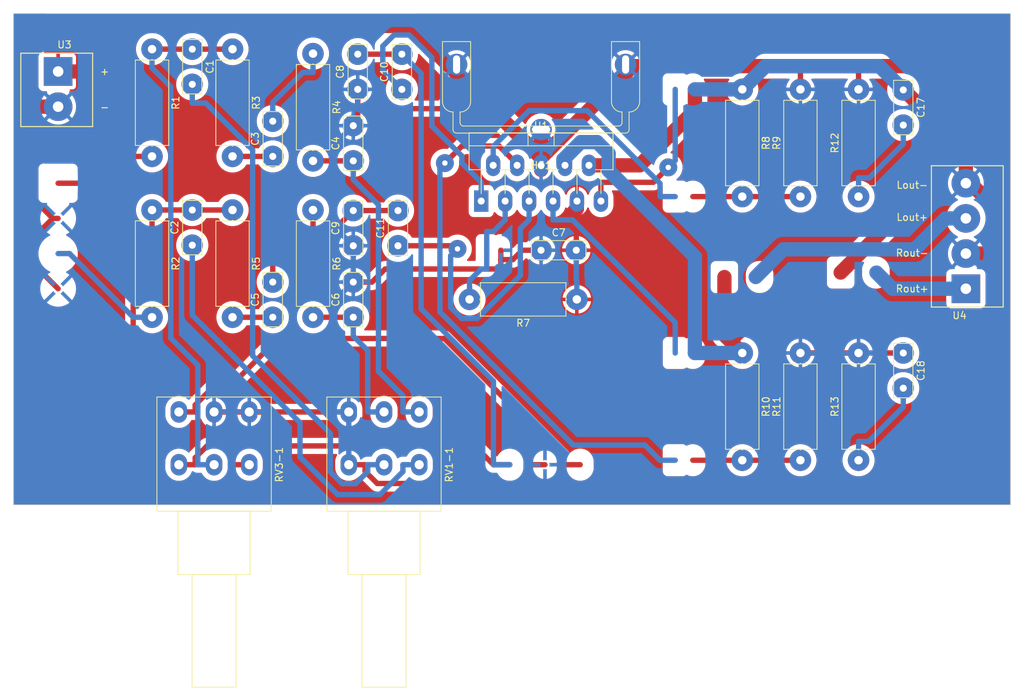
<source format=kicad_pcb>
(kicad_pcb (version 20240108) (generator "pcbnew") (generator_version "8.0")
  (layers (0 "F.Cu" signal) (31 "B.Cu" signal) (34 "B.Paste" user) (35 "F.Paste" user) (36 "B.SilkS" user "B.Silkscreen") (37 "F.SilkS" user "F.Silkscreen") (38 "B.Mask" user) (39 "F.Mask" user) (44 "Edge.Cuts" user))
  (net 0 "")
  (net 1 "Net-(RV3-1-1)")
  (net 2 "Net-(RV1-1-1)")
  (net 3 "Net-(RV3-1-4)")
  (net 4 "Net-(RV1-1-4)")
  (net 5 "Net-(C3-Pad2)")
  (net 6 "Net-(C3-Pad1)")
  (net 7 "GND")
  (net 8 "Net-(RV1-1-3)")
  (net 9 "Net-(C5-Pad2)")
  (net 10 "Net-(C5-Pad1)")
  (net 11 "Net-(RV1-1-6)")
  (net 12 "+15V")
  (net 13 "Net-(RV3-1-2)")
  (net 14 "Net-(RV3-1-5)")
  (net 15 "Net-(U1A-+)")
  (net 16 "Net-(U1B-+)")
  (net 17 "Net-(U1A-SVRR)")
  (net 18 "Net-(C13-Pad2)")
  (net 19 "Net-(U1B-BOOT)")
  (net 20 "Net-(C14-Pad2)")
  (net 21 "Net-(U1A-BOOT)")
  (net 22 "Net-(C15-Pad2)")
  (net 23 "Net-(U1B--)")
  (net 24 "Net-(C16-Pad2)")
  (net 25 "Net-(U1A--)")
  (net 26 "Net-(C17-Pad2)")
  (net 27 "Net-(C18-Pad2)")
  (net 28 "Rout+")
  (net 29 "Lout+")
  (net 30 "Rin+")
  (net 31 "Lin+")
  (footprint "My_Misc:C_Disc_D7.5mm_W2.5mm_P5.00mm_larger" (layer "F.Cu") (at 130.175 35.56 -90)
    (property "Reference" "C1" (at 2.5 -2.5 90) (layer "F.SilkS"))
    (property "Value" "47n")
    (pad "1" thru_hole oval (at 0 0 270) (size 3.048 3.048) (drill 1) (layers "*.Cu" "*.Mask") (net 1 "Net-(RV3-1-1)"))
    (pad "2" thru_hole oval (at 5 0 270) (size 3.048 3.048) (drill 1) (layers "*.Cu" "*.Mask") (net 2 "Net-(RV1-1-1)"))
  )
  (footprint "My_Misc:C_Disc_D7.5mm_W2.5mm_P5.00mm_larger" (layer "F.Cu") (at 130.175 63.42 90)
    (property "Reference" "C2" (at 2.5 -2.5 90) (layer "F.SilkS"))
    (property "Value" "47n")
    (pad "1" thru_hole oval (at 0 0 90) (size 3.048 3.048) (drill 1) (layers "*.Cu" "*.Mask") (net 4 "Net-(RV1-1-4)"))
    (pad "2" thru_hole oval (at 5 0 90) (size 3.048 3.048) (drill 1) (layers "*.Cu" "*.Mask") (net 3 "Net-(RV3-1-4)"))
  )
  (footprint "My_Misc:C_Disc_D7.5mm_W2.5mm_P5.00mm_larger" (layer "F.Cu") (at 141.605 50.8 90)
    (property "Reference" "C3" (at 2.5 -2.5 90) (layer "F.SilkS"))
    (property "Value" "2.2n")
    (pad "1" thru_hole oval (at 0 0 90) (size 3.048 3.048) (drill 1) (layers "*.Cu" "*.Mask") (net 6 "Net-(C3-Pad1)"))
    (pad "2" thru_hole oval (at 5 0 90) (size 3.048 3.048) (drill 1) (layers "*.Cu" "*.Mask") (net 5 "Net-(C3-Pad2)"))
  )
  (footprint "My_Misc:C_Disc_D7.5mm_W2.5mm_P5.00mm_larger" (layer "F.Cu") (at 153.035 51.435 90)
    (property "Reference" "C4" (at 2.5 -2.5 90) (layer "F.SilkS"))
    (property "Value" "150n")
    (pad "1" thru_hole oval (at 0 0 90) (size 3.048 3.048) (drill 1) (layers "*.Cu" "*.Mask") (net 8 "Net-(RV1-1-3)"))
    (pad "2" thru_hole oval (at 5 0 90) (size 3.048 3.048) (drill 1) (layers "*.Cu" "*.Mask") (net 7 "GND"))
  )
  (footprint "My_Misc:C_Disc_D7.5mm_W2.5mm_P5.00mm_larger" (layer "F.Cu") (at 141.605 73.66 90)
    (property "Reference" "C5" (at 2.5 -2.5 90) (layer "F.SilkS"))
    (property "Value" "2.2n")
    (pad "1" thru_hole oval (at 0 0 90) (size 3.048 3.048) (drill 1) (layers "*.Cu" "*.Mask") (net 10 "Net-(C5-Pad1)"))
    (pad "2" thru_hole oval (at 5 0 90) (size 3.048 3.048) (drill 1) (layers "*.Cu" "*.Mask") (net 9 "Net-(C5-Pad2)"))
  )
  (footprint "My_Misc:C_Disc_D7.5mm_W2.5mm_P5.00mm_larger" (layer "F.Cu") (at 153.035 73.66 90)
    (property "Reference" "C6" (at 2.5 -2.5 90) (layer "F.SilkS"))
    (property "Value" "150n")
    (pad "1" thru_hole oval (at 0 0 90) (size 3.048 3.048) (drill 1) (layers "*.Cu" "*.Mask") (net 11 "Net-(RV1-1-6)"))
    (pad "2" thru_hole oval (at 5 0 90) (size 3.048 3.048) (drill 1) (layers "*.Cu" "*.Mask") (net 7 "GND"))
  )
  (footprint "My_Misc:C_Disc_D7.5mm_W2.5mm_P5.00mm_larger" (layer "F.Cu") (at 179.705 64.135)
    (property "Reference" "C7" (at 2.5 -2.5 0) (layer "F.SilkS"))
    (property "Value" "100n")
    (pad "1" thru_hole oval (at 0 0) (size 3.048 3.048) (drill 1) (layers "*.Cu" "*.Mask") (net 7 "GND"))
    (pad "2" thru_hole oval (at 5 0) (size 3.048 3.048) (drill 1) (layers "*.Cu" "*.Mask") (net 12 "+15V"))
  )
  (footprint "My_Misc:C_Disc_D7.5mm_W2.5mm_P5.00mm_larger" (layer "F.Cu") (at 153.67 41.275 90)
    (property "Reference" "C8" (at 2.5 -2.5 90) (layer "F.SilkS"))
    (property "Value" "2.2n")
    (pad "1" thru_hole oval (at 0 0 90) (size 3.048 3.048) (drill 1) (layers "*.Cu" "*.Mask") (net 7 "GND"))
    (pad "2" thru_hole oval (at 5 0 90) (size 3.048 3.048) (drill 1) (layers "*.Cu" "*.Mask") (net 13 "Net-(RV3-1-2)"))
  )
  (footprint "My_Misc:C_Disc_D7.5mm_W2.5mm_P5.00mm_larger" (layer "F.Cu") (at 153.035 63.5 90)
    (property "Reference" "C9" (at 2.5 -2.5 90) (layer "F.SilkS"))
    (property "Value" "2.2n")
    (pad "1" thru_hole oval (at 0 0 90) (size 3.048 3.048) (drill 1) (layers "*.Cu" "*.Mask") (net 7 "GND"))
    (pad "2" thru_hole oval (at 5 0 90) (size 3.048 3.048) (drill 1) (layers "*.Cu" "*.Mask") (net 14 "Net-(RV3-1-5)"))
  )
  (footprint "My_Misc:C_Disc_D7.5mm_W2.5mm_P5.00mm_larger" (layer "F.Cu") (at 159.94 41.275 90)
    (property "Reference" "C10" (at 2.5 -2.5 90) (layer "F.SilkS"))
    (property "Value" "220n")
    (pad "1" thru_hole oval (at 0 0 90) (size 3.048 3.048) (drill 1) (layers "*.Cu" "*.Mask") (net 15 "Net-(U1A-+)"))
    (pad "2" thru_hole oval (at 5 0 90) (size 3.048 3.048) (drill 1) (layers "*.Cu" "*.Mask") (net 13 "Net-(RV3-1-2)"))
  )
  (footprint "My_Misc:C_Disc_D7.5mm_W2.5mm_P5.00mm_larger" (layer "F.Cu") (at 159.385 63.5 90)
    (property "Reference" "C11" (at 2.5 -2.5 90) (layer "F.SilkS"))
    (property "Value" "220n")
    (pad "1" thru_hole oval (at 0 0 90) (size 3.048 3.048) (drill 1) (layers "*.Cu" "*.Mask") (net 16 "Net-(U1B-+)"))
    (pad "2" thru_hole oval (at 5 0 90) (size 3.048 3.048) (drill 1) (layers "*.Cu" "*.Mask") (net 14 "Net-(RV3-1-5)"))
  )
  (footprint "My_Misc:C_Disc_D7.5mm_W2.5mm_P5.00mm_larger" (layer "F.Cu") (at 231.14 41.355 -90)
    (property "Reference" "C17" (at 2.5 -2.5 90) (layer "F.SilkS"))
    (property "Value" "100n")
    (pad "1" thru_hole oval (at 0 0 270) (size 3.048 3.048) (drill 1) (layers "*.Cu" "*.Mask") (net 18 "Net-(C13-Pad2)"))
    (pad "2" thru_hole oval (at 5 0 270) (size 3.048 3.048) (drill 1) (layers "*.Cu" "*.Mask") (net 26 "Net-(C17-Pad2)"))
  )
  (footprint "My_Misc:C_Disc_D7.5mm_W2.5mm_P5.00mm_larger" (layer "F.Cu") (at 231.14 78.74 -90)
    (property "Reference" "C18" (at 2.5 -2.5 90) (layer "F.SilkS"))
    (property "Value" "100n")
    (pad "1" thru_hole oval (at 0 0 270) (size 3.048 3.048) (drill 1) (layers "*.Cu" "*.Mask") (net 20 "Net-(C14-Pad2)"))
    (pad "2" thru_hole oval (at 5 0 270) (size 3.048 3.048) (drill 1) (layers "*.Cu" "*.Mask") (net 27 "Net-(C18-Pad2)"))
  )
  (footprint "My_Misc:R_Axial_DIN0414_L11.9mm_D4.5mm_P15.24mm_Horizontal_larger" (layer "F.Cu") (at 124.46 35.56 -90)
    (property "Reference" "R1" (at 7.62 -3.37 90) (layer "F.SilkS"))
    (property "Value" "5.6k")
    (pad "1" thru_hole oval (at 0 0 270) (size 3.048 3.048) (drill 1.2) (layers "*.Cu" "*.Mask") (net 1 "Net-(RV3-1-1)"))
    (pad "2" thru_hole oval (at 15.24 0 270) (size 3.048 3.048) (drill 1.2) (layers "*.Cu" "*.Mask") (net 30 "Rin+"))
  )
  (footprint "My_Misc:R_Axial_DIN0414_L11.9mm_D4.5mm_P15.24mm_Horizontal_larger" (layer "F.Cu") (at 124.46 58.42 -90)
    (property "Reference" "R2" (at 7.62 -3.37 90) (layer "F.SilkS"))
    (property "Value" "5.6k")
    (pad "1" thru_hole oval (at 0 0 270) (size 3.048 3.048) (drill 1.2) (layers "*.Cu" "*.Mask") (net 3 "Net-(RV3-1-4)"))
    (pad "2" thru_hole oval (at 15.24 0 270) (size 3.048 3.048) (drill 1.2) (layers "*.Cu" "*.Mask") (net 31 "Lin+"))
  )
  (footprint "My_Misc:R_Axial_DIN0414_L11.9mm_D4.5mm_P15.24mm_Horizontal_larger" (layer "F.Cu") (at 135.89 35.56 -90)
    (property "Reference" "R3" (at 7.62 -3.37 90) (layer "F.SilkS"))
    (property "Value" "47k")
    (pad "1" thru_hole oval (at 0 0 270) (size 3.048 3.048) (drill 1.2) (layers "*.Cu" "*.Mask") (net 1 "Net-(RV3-1-1)"))
    (pad "2" thru_hole oval (at 15.24 0 270) (size 3.048 3.048) (drill 1.2) (layers "*.Cu" "*.Mask") (net 6 "Net-(C3-Pad1)"))
  )
  (footprint "My_Misc:R_Axial_DIN0414_L11.9mm_D4.5mm_P15.24mm_Horizontal_larger" (layer "F.Cu") (at 147.32 36.195 -90)
    (property "Reference" "R4" (at 7.62 -3.37 90) (layer "F.SilkS"))
    (property "Value" "2.7k")
    (pad "1" thru_hole oval (at 0 0 270) (size 3.048 3.048) (drill 1.2) (layers "*.Cu" "*.Mask") (net 5 "Net-(C3-Pad2)"))
    (pad "2" thru_hole oval (at 15.24 0 270) (size 3.048 3.048) (drill 1.2) (layers "*.Cu" "*.Mask") (net 8 "Net-(RV1-1-3)"))
  )
  (footprint "My_Misc:R_Axial_DIN0414_L11.9mm_D4.5mm_P15.24mm_Horizontal_larger" (layer "F.Cu") (at 135.89 58.42 -90)
    (property "Reference" "R5" (at 7.62 -3.37 90) (layer "F.SilkS"))
    (property "Value" "47k")
    (pad "1" thru_hole oval (at 0 0 270) (size 3.048 3.048) (drill 1.2) (layers "*.Cu" "*.Mask") (net 3 "Net-(RV3-1-4)"))
    (pad "2" thru_hole oval (at 15.24 0 270) (size 3.048 3.048) (drill 1.2) (layers "*.Cu" "*.Mask") (net 10 "Net-(C5-Pad1)"))
  )
  (footprint "My_Misc:R_Axial_DIN0414_L11.9mm_D4.5mm_P15.24mm_Horizontal_larger" (layer "F.Cu") (at 147.32 58.42 -90)
    (property "Reference" "R6" (at 7.62 -3.37 90) (layer "F.SilkS"))
    (property "Value" "2.7k")
    (pad "1" thru_hole oval (at 0 0 270) (size 3.048 3.048) (drill 1.2) (layers "*.Cu" "*.Mask") (net 9 "Net-(C5-Pad2)"))
    (pad "2" thru_hole oval (at 15.24 0 270) (size 3.048 3.048) (drill 1.2) (layers "*.Cu" "*.Mask") (net 11 "Net-(RV1-1-6)"))
  )
  (footprint "My_Misc:R_Axial_DIN0414_L11.9mm_D4.5mm_P15.24mm_Horizontal_larger" (layer "F.Cu") (at 184.785 71.12 180)
    (property "Reference" "R7" (at 7.62 -3.37 0) (layer "F.SilkS"))
    (property "Value" "120k")
    (pad "1" thru_hole oval (at 0 0 180) (size 3.048 3.048) (drill 1.2) (layers "*.Cu" "*.Mask") (net 12 "+15V"))
    (pad "2" thru_hole oval (at 15.24 0 180) (size 3.048 3.048) (drill 1.2) (layers "*.Cu" "*.Mask") (net 17 "Net-(U1A-SVRR)"))
  )
  (footprint "My_Misc:R_Axial_DIN0414_L11.9mm_D4.5mm_P15.24mm_Horizontal_larger" (layer "F.Cu") (at 208.28 41.275 -90)
    (property "Reference" "R8" (at 7.62 -3.37 90) (layer "F.SilkS"))
    (property "Value" "100k")
    (pad "1" thru_hole oval (at 0 0 270) (size 3.048 3.048) (drill 1.2) (layers "*.Cu" "*.Mask") (net 18 "Net-(C13-Pad2)"))
    (pad "2" thru_hole oval (at 15.24 0 270) (size 3.048 3.048) (drill 1.2) (layers "*.Cu" "*.Mask") (net 22 "Net-(C15-Pad2)"))
  )
  (footprint "My_Misc:R_Axial_DIN0414_L11.9mm_D4.5mm_P15.24mm_Horizontal_larger" (layer "F.Cu") (at 216.535 56.515 90)
    (property "Reference" "R9" (at 7.62 -3.37 90) (layer "F.SilkS"))
    (property "Value" "3.3R")
    (pad "1" thru_hole oval (at 0 0 90) (size 3.048 3.048) (drill 1.2) (layers "*.Cu" "*.Mask") (net 22 "Net-(C15-Pad2)"))
    (pad "2" thru_hole oval (at 15.24 0 90) (size 3.048 3.048) (drill 1.2) (layers "*.Cu" "*.Mask") (net 7 "GND"))
  )
  (footprint "My_Misc:R_Axial_DIN0414_L11.9mm_D4.5mm_P15.24mm_Horizontal_larger" (layer "F.Cu") (at 208.28 78.74 -90)
    (property "Reference" "R10" (at 7.62 -3.37 90) (layer "F.SilkS"))
    (property "Value" "100k")
    (pad "1" thru_hole oval (at 0 0 270) (size 3.048 3.048) (drill 1.2) (layers "*.Cu" "*.Mask") (net 20 "Net-(C14-Pad2)"))
    (pad "2" thru_hole oval (at 15.24 0 270) (size 3.048 3.048) (drill 1.2) (layers "*.Cu" "*.Mask") (net 24 "Net-(C16-Pad2)"))
  )
  (footprint "My_Misc:R_Axial_DIN0414_L11.9mm_D4.5mm_P15.24mm_Horizontal_larger" (layer "F.Cu") (at 216.535 93.98 90)
    (property "Reference" "R11" (at 7.62 -3.37 90) (layer "F.SilkS"))
    (property "Value" "3.3R")
    (pad "1" thru_hole oval (at 0 0 90) (size 3.048 3.048) (drill 1.2) (layers "*.Cu" "*.Mask") (net 24 "Net-(C16-Pad2)"))
    (pad "2" thru_hole oval (at 15.24 0 90) (size 3.048 3.048) (drill 1.2) (layers "*.Cu" "*.Mask") (net 7 "GND"))
  )
  (footprint "My_Misc:R_Axial_DIN0414_L11.9mm_D4.5mm_P15.24mm_Horizontal_larger" (layer "F.Cu") (at 224.79 56.515 90)
    (property "Reference" "R12" (at 7.62 -3.37 90) (layer "F.SilkS"))
    (property "Value" "1R")
    (pad "1" thru_hole oval (at 0 0 90) (size 3.048 3.048) (drill 1.2) (layers "*.Cu" "*.Mask") (net 26 "Net-(C17-Pad2)"))
    (pad "2" thru_hole oval (at 15.24 0 90) (size 3.048 3.048) (drill 1.2) (layers "*.Cu" "*.Mask") (net 7 "GND"))
  )
  (footprint "My_Misc:R_Axial_DIN0414_L11.9mm_D4.5mm_P15.24mm_Horizontal_larger" (layer "F.Cu") (at 224.79 93.98 90)
    (property "Reference" "R13" (at 7.62 -3.37 90) (layer "F.SilkS"))
    (property "Value" "1R")
    (pad "1" thru_hole oval (at 0 0 90) (size 3.048 3.048) (drill 1.2) (layers "*.Cu" "*.Mask") (net 27 "Net-(C18-Pad2)"))
    (pad "2" thru_hole oval (at 15.24 0 90) (size 3.048 3.048) (drill 1.2) (layers "*.Cu" "*.Mask") (net 7 "GND"))
  )
  (footprint "My_Misc:Potentiometer_Piher_PC-16_Dual_Horizontal_larger" (layer "F.Cu") (at 152.4 94.615 -90)
    (property "Reference" "RV1-1" (at 0 -14.25 90) (layer "F.SilkS"))
    (property "Value" "Dual_potentiometer")
    (pad "1" thru_hole oval (at 0 0 270) (size 3.048 2.34) (drill 1.3) (layers "*.Cu" "*.Mask") (net 7 "GND"))
    (pad "2" thru_hole oval (at 0 -5 270) (size 3.048 2.34) (drill 1.3) (layers "*.Cu" "*.Mask") (net 2 "Net-(RV1-1-1)"))
    (pad "3" thru_hole oval (at 0 -10 270) (size 3.048 2.34) (drill 1.3) (layers "*.Cu" "*.Mask") (net 4 "Net-(RV1-1-4)"))
    (pad "4" thru_hole oval (at -7.5 0 270) (size 3.048 2.34) (drill 1.3) (layers "*.Cu" "*.Mask") (net 7 "GND"))
    (pad "5" thru_hole oval (at -7.5 -5 270) (size 3.048 2.34) (drill 1.3) (layers "*.Cu" "*.Mask") (net 11 "Net-(RV1-1-6)"))
    (pad "6" thru_hole oval (at -7.5 -10 270) (size 3.048 2.34) (drill 1.3) (layers "*.Cu" "*.Mask") (net 8 "Net-(RV1-1-3)"))
  )
  (footprint "My_Misc:Potentiometer_Piher_PC-16_Dual_Horizontal_larger" (layer "F.Cu") (at 128.27 94.615 -90)
    (property "Reference" "RV3-1" (at 0 -14.25 90) (layer "F.SilkS"))
    (property "Value" "Dual_potentiometer")
    (pad "1" thru_hole oval (at 0 0 270) (size 3.048 2.34) (drill 1.3) (layers "*.Cu" "*.Mask") (net 13 "Net-(RV3-1-2)"))
    (pad "2" thru_hole oval (at 0 -5 270) (size 3.048 2.34) (drill 1.3) (layers "*.Cu" "*.Mask") (net 1 "Net-(RV3-1-1)"))
    (pad "3" thru_hole oval (at 0 -10 270) (size 3.048 2.34) (drill 1.3) (layers "*.Cu" "*.Mask") (net 3 "Net-(RV3-1-4)"))
    (pad "4" thru_hole oval (at -7.5 0 270) (size 3.048 2.34) (drill 1.3) (layers "*.Cu" "*.Mask") (net 14 "Net-(RV3-1-5)"))
    (pad "5" thru_hole oval (at -7.5 -5 270) (size 3.048 2.34) (drill 1.3) (layers "*.Cu" "*.Mask") (net 7 "GND"))
    (pad "6" thru_hole oval (at -7.5 -10 270) (size 3.048 2.34) (drill 1.3) (layers "*.Cu" "*.Mask") (net 7 "GND"))
  )
  (footprint "My_Misc:TO-220-11_P3.4x5.08mm_StaggerOdd_Lead4.85mm_Vertical_large" (layer "F.Cu") (at 171.205 57.15)
    (property "Reference" "U1" (at 8.5 -10.7 0) (layer "F.SilkS"))
    (property "Value" "TDA2005")
    (pad "1" thru_hole rect (at 0 0) (size 2.032 3.048) (drill 1) (layers "*.Cu" "*.Mask") (net 15 "Net-(U1A-+)"))
    (pad "2" thru_hole oval (at 1.7 -5.08) (size 2.032 3.048) (drill 1) (layers "*.Cu" "*.Mask") (net 25 "Net-(U1A--)"))
    (pad "3" thru_hole oval (at 3.4 0) (size 2.032 3.048) (drill 1) (layers "*.Cu" "*.Mask") (net 17 "Net-(U1A-SVRR)"))
    (pad "4" thru_hole oval (at 5.1 -5.08) (size 2.032 3.048) (drill 1) (layers "*.Cu" "*.Mask") (net 23 "Net-(U1B--)"))
    (pad "5" thru_hole oval (at 6.8 0) (size 2.032 3.048) (drill 1) (layers "*.Cu" "*.Mask") (net 16 "Net-(U1B-+)"))
    (pad "6" thru_hole oval (at 8.5 -5.08) (size 2.032 3.048) (drill 1) (layers "*.Cu" "*.Mask") (net 7 "GND"))
    (pad "7" thru_hole oval (at 10.2 0) (size 2.032 3.048) (drill 1) (layers "*.Cu" "*.Mask") (net 19 "Net-(U1B-BOOT)"))
    (pad "8" thru_hole oval (at 11.9 -5.08) (size 2.032 3.048) (drill 1) (layers "*.Cu" "*.Mask") (net 20 "Net-(C14-Pad2)"))
    (pad "9" thru_hole oval (at 13.6 0) (size 2.032 3.048) (drill 1) (layers "*.Cu" "*.Mask") (net 12 "+15V"))
    (pad "10" thru_hole oval (at 15.3 -5.08) (size 2.032 3.048) (drill 1) (layers "*.Cu" "*.Mask") (net 18 "Net-(C13-Pad2)"))
    (pad "11" thru_hole oval (at 17 0) (size 2.032 3.048) (drill 1) (layers "*.Cu" "*.Mask") (net 21 "Net-(U1A-BOOT)"))
  )
  (footprint "My_Heatsinks:EK-41002859" (layer "F.Cu") (at 179.705 46.99 180)
    (property "Reference" "HS1" (at 0 -5.08 0) (layer "F.SilkS"))
    (property "Value" "Heatsink_Pad")
    (pad "1" thru_hole circle (at -12 9.25 180) (size 3.048 3.048) (drill oval 1 2.6) (layers "*.Cu" "*.Mask") (net 7 "GND"))
    (pad "1" thru_hole circle (at 0 0 180) (size 3.048 3.048) (drill oval 2.6 1) (layers "*.Cu" "*.Mask") (net 7 "GND"))
    (pad "1" thru_hole circle (at 12 9.25 180) (size 3.048 3.048) (drill oval 1 2.6) (layers "*.Cu" "*.Mask") (net 7 "GND"))
  )
  (footprint "My_Parts:2-pole_power_in_screw_terminal" (layer "F.Cu") (at 111.125 38.735)
    (property "Reference" "U3" (at 0.9 -3.8 0) (layer "F.SilkS"))
    (property "Value" "2-pole_power_in_screw_terminal" (hide yes))
    (fp_text user "-" (at 6.604 5.08 0) (layer "F.SilkS"))
    (fp_text user "+" (at 6.604 0 0) (layer "F.SilkS"))
    (pad "1" thru_hole rect (at 0 0) (size 4.064 4.064) (drill 1.5) (layers "*.Cu" "*.Mask") (net 12 "+15V"))
    (pad "2" thru_hole circle (at 0 5) (size 4.064 4.064) (drill 1.5) (layers "*.Cu" "*.Mask") (net 7 "GND"))
  )
  (footprint "My_Parts:4-pole_screw_terminal_RL_output" (layer "F.Cu") (at 240.03 69.61 180)
    (property "Reference" "U4" (at 0.9 -3.8 0) (layer "F.SilkS"))
    (property "Value" "4-pole_RL-output_screw_terminal" (hide yes))
    (fp_text user "Rout+" (at 7.62 0 0) (layer "F.SilkS"))
    (fp_text user "Lout-" (at 7.62 14.732 0) (layer "F.SilkS"))
    (fp_text user "Rout-" (at 7.62 5.08 0) (layer "F.SilkS"))
    (fp_text user "Lout+" (at 7.62 10.16 0) (layer "F.SilkS"))
    (pad "1" thru_hole rect (at 0 0 180) (size 4.064 4.064) (drill 1.5) (layers "*.Cu" "*.Mask") (net 28 "Rout+"))
    (pad "2" thru_hole circle (at 0 5 180) (size 4.064 4.064) (drill 1.5) (layers "*.Cu" "*.Mask") (net 7 "GND"))
    (pad "3" thru_hole circle (at 0 10 180) (size 4.064 4.064) (drill 1.5) (layers "*.Cu" "*.Mask") (net 29 "Lout+"))
    (pad "4" thru_hole circle (at 0 15 180) (size 4.064 4.064) (drill 1.5) (layers "*.Cu" "*.Mask") (net 7 "GND"))
  )
  (gr_line (start 104.775 100.33) (end 153.67 100.33) (stroke (width 0.1)) (layer "Edge.Cuts"))
  (gr_line (start 246.38 30.48) (end 104.775 30.48) (stroke (width 0.1)) (layer "Edge.Cuts"))
  (gr_line (start 246.38 100.33) (end 246.38 30.48) (stroke (width 0.1)) (layer "Edge.Cuts"))
  (gr_line (start 104.775 30.48) (end 104.775 100.33) (stroke (width 0.1)) (layer "Edge.Cuts"))
  (gr_line (start 153.67 100.33) (end 246.38 100.33) (stroke (width 0.1)) (layer "Edge.Cuts"))
  (segment (start 124.46 35.56) (end 130.175 35.56) (width 0.762) (layer "F.Cu") (net 1))
  (segment (start 130.175 35.56) (end 135.89 35.56) (width 0.762) (layer "F.Cu") (net 1))
  (segment (start 130.9567 80.4685) (end 130.9567 94.615) (width 0.762) (layer "B.Cu") (net 1))
  (segment (start 124.46 38.2273) (end 127.1273 40.8946) (width 0.762) (layer "B.Cu") (net 1))
  (segment (start 127.1273 40.8946) (end 127.1273 76.6391) (width 0.762) (layer "B.Cu") (net 1))
  (segment (start 133.27 94.615) (end 130.9567 94.615) (width 0.762) (layer "B.Cu") (net 1))
  (segment (start 127.1273 76.6391) (end 130.9567 80.4685) (width 0.762) (layer "B.Cu") (net 1))
  (segment (start 124.46 35.56) (end 124.46 38.2273) (width 0.762) (layer "B.Cu") (net 1))
  (segment (start 149.7877 95.6473) (end 149.7877 90.1748) (width 0.762) (layer "B.Cu") (net 2))
  (segment (start 138.7475 49.8827) (end 132.0921 43.2273) (width 0.762) (layer "B.Cu") (net 2))
  (segment (start 132.0921 43.2273) (end 130.175 43.2273) (width 0.762) (layer "B.Cu") (net 2))
  (segment (start 155.0867 95.5993) (end 153.3815 97.3045) (width 0.762) (layer "B.Cu") (net 2))
  (segment (start 151.4449 97.3045) (end 149.7877 95.6473) (width 0.762) (layer "B.Cu") (net 2))
  (segment (start 138.7475 79.1346) (end 138.7475 49.8827) (width 0.762) (layer "B.Cu") (net 2))
  (segment (start 130.175 40.56) (end 130.175 43.2273) (width 0.762) (layer "B.Cu") (net 2))
  (segment (start 157.4 94.615) (end 155.0867 94.615) (width 0.762) (layer "B.Cu") (net 2))
  (segment (start 153.3815 97.3045) (end 151.4449 97.3045) (width 0.762) (layer "B.Cu") (net 2))
  (segment (start 155.0867 94.615) (end 155.0867 95.5993) (width 0.762) (layer "B.Cu") (net 2))
  (segment (start 149.7877 90.1748) (end 138.7475 79.1346) (width 0.762) (layer "B.Cu") (net 2))
  (segment (start 127.3113 97.3069) (end 134.2046 97.3069) (width 0.762) (layer "F.Cu") (net 3))
  (segment (start 138.27 94.615) (end 135.9567 94.615) (width 0.762) (layer "F.Cu") (net 3))
  (segment (start 121.7807 91.7763) (end 127.3113 97.3069) (width 0.762) (layer "F.Cu") (net 3))
  (segment (start 124.46 58.42) (end 124.46 61.0873) (width 0.762) (layer "F.Cu") (net 3))
  (segment (start 124.46 58.42) (end 130.175 58.42) (width 0.762) (layer "F.Cu") (net 3))
  (segment (start 121.7807 63.7666) (end 121.7807 91.7763) (width 0.762) (layer "F.Cu") (net 3))
  (segment (start 135.9567 95.5548) (end 135.9567 94.615) (width 0.762) (layer "F.Cu") (net 3))
  (segment (start 124.46 61.0873) (end 121.7807 63.7666) (width 0.762) (layer "F.Cu") (net 3))
  (segment (start 130.175 58.42) (end 135.89 58.42) (width 0.762) (layer "F.Cu") (net 3))
  (segment (start 134.2046 97.3069) (end 135.9567 95.5548) (width 0.762) (layer "F.Cu") (net 3))
  (segment (start 162.4 94.615) (end 160.0867 94.615) (width 0.762) (layer "B.Cu") (net 4))
  (segment (start 150.8063 98.8591) (end 156.8269 98.8591) (width 0.762) (layer "B.Cu") (net 4))
  (segment (start 156.8269 98.8591) (end 160.0867 95.5993) (width 0.762) (layer "B.Cu") (net 4))
  (segment (start 145.4752 88.6482) (end 145.4752 93.528) (width 0.762) (layer "B.Cu") (net 4))
  (segment (start 145.4752 93.528) (end 150.8063 98.8591) (width 0.762) (layer "B.Cu") (net 4))
  (segment (start 130.175 73.348) (end 145.4752 88.6482) (width 0.762) (layer "B.Cu") (net 4))
  (segment (start 130.175 63.42) (end 130.175 73.348) (width 0.762) (layer "B.Cu") (net 4))
  (segment (start 160.0867 95.5993) (end 160.0867 94.615) (width 0.762) (layer "B.Cu") (net 4))
  (segment (start 147.32 36.195) (end 147.32 38.8623) (width 0.762) (layer "B.Cu") (net 5))
  (segment (start 141.605 43.1327) (end 145.8754 38.8623) (width 0.762) (layer "B.Cu") (net 5))
  (segment (start 141.605 45.8) (end 141.605 43.1327) (width 0.762) (layer "B.Cu") (net 5))
  (segment (start 145.8754 38.8623) (end 147.32 38.8623) (width 0.762) (layer "B.Cu") (net 5))
  (segment (start 141.605 50.8) (end 135.89 50.8) (width 0.762) (layer "F.Cu") (net 6))
  (segment (start 191.705 37.74) (end 192.51 37.74) (width 0.762) (layer "F.Cu") (net 7))
  (segment (start 153.67 45.8) (end 153.67 44.0162) (width 0.762) (layer "F.Cu") (net 7))
  (segment (start 108.251 43.735) (end 107.315 42.7987) (width 2.032) (layer "F.Cu") (net 7))
  (segment (start 217.3288 37.973) (end 216.6941 38.6077) (width 0.762) (layer "F.Cu") (net 7))
  (segment (start 179.705 51.0107) (end 179.705 46.99) (width 2.032) (layer "F.Cu") (net 7))
  (segment (start 216.535 41.275) (end 216.535 38.6077) (width 0.762) (layer "F.Cu") (net 7))
  (segment (start 175.7041 65.4686) (end 177.0377 64.135) (width 0.762) (layer "F.Cu") (net 7))
  (segment (start 107.9496 44.0364) (end 107.9496 57.1945) (width 0.762) (layer "F.Cu") (net 7))
  (segment (start 179.705 51.0107) (end 179.705 52.07) (width 2.032) (layer "F.Cu") (net 7))
  (segment (start 243.84 57.7812) (end 240.669 54.61) (width 2.032) (layer "F.Cu") (net 7))
  (segment (start 154.7133 94.615) (end 154.7133 95.5548) (width 0.762) (layer "F.Cu") (net 7))
  (segment (start 216.6941 38.6077) (end 216.535 38.6077) (width 0.762) (layer "F.Cu") (net 7))
  (segment (start 223.9166 38.6077) (end 224.79 38.6077) (width 0.762) (layer "F.Cu") (net 7))
  (segment (start 153.035 46.435) (end 153.67 45.8) (width 0.762) (layer "F.Cu") (net 7))
  (segment (start 157.56 66.8023) (end 173.99 66.8023) (width 0.762) (layer "F.Cu") (net 7))
  (segment (start 160.952 32.258) (end 167.0696 38.3755) (width 2.032) (layer "F.Cu") (net 7))
  (segment (start 108.251 43.735) (end 107.9496 44.0364) (width 0.762) (layer "F.Cu") (net 7))
  (segment (start 111.125 69.61) (end 107.9496 66.4346) (width 0.762) (layer "F.Cu") (net 7))
  (segment (start 180.26 94.615) (end 177.9467 94.615) (width 0.762) (layer "F.Cu") (net 7))
  (segment (start 240.03 64.61) (end 242.904 64.61) (width 2.032) (layer "F.Cu") (net 7))
  (segment (start 107.9496 62.0255) (end 110.3651 59.61) (width 0.762) (layer "F.Cu") (net 7))
  (segment (start 240.03 45.358) (end 232.645 37.973) (width 2.032) (layer "F.Cu") (net 7))
  (segment (start 138.27 87.115) (end 133.27 87.115) (width 0.762) (layer "F.Cu") (net 7))
  (segment (start 153.67 44.0162) (end 165.6239 44.0162) (width 0.762) (layer "F.Cu") (net 7))
  (segment (start 110.3651 59.61) (end 111.125 59.61) (width 0.762) (layer "F.Cu") (net 7))
  (segment (start 153.035 68.66) (end 155.7023 68.66) (width 0.762) (layer "F.Cu") (net 7))
  (segment (start 152.4 94.615) (end 154.7133 94.615) (width 0.762) (layer "F.Cu") (net 7))
  (segment (start 107.9496 57.1945) (end 110.3651 59.61) (width 0.762) (layer "F.Cu") (net 7))
  (segment (start 167.0696 38.3754) (end 167.0696 38.3755) (width 0.762) (layer "F.Cu") (net 7))
  (segment (start 107.315 42.7987) (end 107.315 35.2806) (width 2.032) (layer "F.Cu") (net 7))
  (segment (start 240.03 54.61) (end 240.03 45.358) (width 2.032) (layer "F.Cu") (net 7))
  (segment (start 110.338 32.258) (end 160.952 32.258) (width 2.032) (layer "F.Cu") (net 7))
  (segment (start 173.99 64.135) (end 173.99 65.4686) (width 0.762) (layer "F.Cu") (net 7))
  (segment (start 176.2588 97.2872) (end 177.9467 95.5993) (width 0.762) (layer "F.Cu") (net 7))
  (segment (start 179.705 52.07) (end 179.705 52.705) (width 2.032) (layer "F.Cu") (net 7))
  (segment (start 223.2819 37.973) (end 217.3288 37.973) (width 2.032) (layer "F.Cu") (net 7))
  (segment (start 107.9496 66.4346) (end 107.9496 62.0255) (width 0.762) (layer "F.Cu") (net 7))
  (segment (start 173.99 65.4686) (end 175.7041 65.4686) (width 0.762) (layer "F.Cu") (net 7))
  (segment (start 217.3288 37.973) (end 192.743 37.973) (width 2.032) (layer "F.Cu") (net 7))
  (segment (start 224.79 41.275) (end 224.79 38.6077) (width 0.762) (layer "F.Cu") (net 7))
  (segment (start 167.705 37.74) (end 167.0696 38.3754) (width 0.762) (layer "F.Cu") (net 7))
  (segment (start 154.7133 95.5548) (end 156.4457 97.2872) (width 0.762) (layer "F.Cu") (net 7))
  (segment (start 107.315 35.2806) (end 110.338 32.258) (width 2.032) (layer "F.Cu") (net 7))
  (segment (start 165.6239 44.0162) (end 169.1671 40.473) (width 0.762) (layer "F.Cu") (net 7))
  (segment (start 173.99 65.4686) (end 173.99 66.8023) (width 0.762) (layer "F.Cu") (net 7))
  (segment (start 177.9467 95.5993) (end 177.9467 94.615) (width 0.762) (layer "F.Cu") (net 7))
  (segment (start 232.645 37.973) (end 223.2819 37.973) (width 2.032) (layer "F.Cu") (net 7))
  (segment (start 169.1671 40.473) (end 179.705 51.0107) (width 2.032) (layer "F.Cu") (net 7))
  (segment (start 223.2819 37.973) (end 223.9166 38.6077) (width 0.762) (layer "F.Cu") (net 7))
  (segment (start 153.67 44.0162) (end 153.67 41.275) (width 0.762) (layer "F.Cu") (net 7))
  (segment (start 155.7023 68.66) (end 157.56 66.8023) (width 0.762) (layer "F.Cu") (net 7))
  (segment (start 179.705 64.135) (end 177.0377 64.135) (width 0.762) (layer "F.Cu") (net 7))
  (segment (start 192.743 37.973) (end 179.705 51.0107) (width 2.032) (layer "F.Cu") (net 7))
  (segment (start 242.904 64.61) (end 243.84 63.6737) (width 2.032) (layer "F.Cu") (net 7))
  (segment (start 152.4 87.115) (end 138.27 87.115) (width 0.762) (layer "F.Cu") (net 7))
  (segment (start 216.535 78.74) (end 224.79 78.74) (width 0.762) (layer "F.Cu") (net 7))
  (segment (start 167.0696 38.3755) (end 169.1671 40.473) (width 2.032) (layer "F.Cu") (net 7))
  (segment (start 192.51 37.74) (end 192.743 37.973) (width 0.762) (layer "F.Cu") (net 7))
  (segment (start 111.125 43.735) (end 108.251 43.735) (width 2.032) (layer "F.Cu") (net 7))
  (segment (start 240.669 54.61) (end 240.03 54.61) (width 2.032) (layer "F.Cu") (net 7))
  (segment (start 156.4457 97.2872) (end 176.2588 97.2872) (width 0.762) (layer "F.Cu") (net 7))
  (segment (start 243.84 63.6737) (end 243.84 57.7812) (width 2.032) (layer "F.Cu") (net 7))
  (segment (start 150.0867 71.6083) (end 150.0867 87.115) (width 0.762) (layer "B.Cu") (net 7))
  (segment (start 153.035 68.66) (end 150.0867 71.6083) (width 0.762) (layer "B.Cu") (net 7))
  (segment (start 227.4573 78.6019) (end 227.4573 78.74) (width 0.762) (layer "B.Cu") (net 7))
  (segment (start 224.79 78.74) (end 227.4573 78.74) (width 0.762) (layer "B.Cu") (net 7))
  (segment (start 152.4 87.115) (end 150.0867 87.115) (width 0.762) (layer "B.Cu") (net 7))
  (segment (start 152.4 94.615) (end 152.4 87.115) (width 0.762) (layer "B.Cu") (net 7))
  (segment (start 240.03 64.61) (end 240.7247 64.61) (width 0.762) (layer "B.Cu") (net 7))
  (segment (start 153.035 68.66) (end 153.035 63.5) (width 0.762) (layer "B.Cu") (net 7))
  (segment (start 243.2054 72.1626) (end 240.8891 74.4789) (width 0.762) (layer "B.Cu") (net 7))
  (segment (start 243.2054 67.0907) (end 243.2054 72.1626) (width 0.762) (layer "B.Cu") (net 7))
  (segment (start 240.8891 74.4789) (end 231.5803 74.4789) (width 0.762) (layer "B.Cu") (net 7))
  (segment (start 150.3493 49.1207) (end 150.3493 60.8143) (width 0.762) (layer "B.Cu") (net 7))
  (segment (start 153.035 46.435) (end 150.3493 49.1207) (width 0.762) (layer "B.Cu") (net 7))
  (segment (start 240.7247 64.61) (end 243.2054 67.0907) (width 0.762) (layer "B.Cu") (net 7))
  (segment (start 150.3493 60.8143) (end 153.035 63.5) (width 0.762) (layer "B.Cu") (net 7))
  (segment (start 231.5803 74.4789) (end 227.4573 78.6019) (width 0.762) (layer "B.Cu") (net 7))
  (segment (start 153.035 51.435) (end 147.32 51.435) (width 0.762) (layer "F.Cu") (net 8))
  (segment (start 162.4 87.115) (end 160.0867 87.115) (width 0.762) (layer "B.Cu") (net 8))
  (segment (start 153.035 51.435) (end 153.035 54.1023) (width 0.762) (layer "B.Cu") (net 8))
  (segment (start 153.035 54.1023) (end 156.6111 57.6784) (width 0.762) (layer "B.Cu") (net 8))
  (segment (start 156.6111 81.3261) (end 160.0867 84.8017) (width 0.762) (layer "B.Cu") (net 8))
  (segment (start 160.0867 84.8017) (end 160.0867 87.115) (width 0.762) (layer "B.Cu") (net 8))
  (segment (start 156.6111 57.6784) (end 156.6111 81.3261) (width 0.762) (layer "B.Cu") (net 8))
  (segment (start 141.605 65.9927) (end 146.5104 61.0873) (width 0.762) (layer "F.Cu") (net 9))
  (segment (start 146.5104 61.0873) (end 147.32 61.0873) (width 0.762) (layer "F.Cu") (net 9))
  (segment (start 147.32 58.42) (end 147.32 61.0873) (width 0.762) (layer "F.Cu") (net 9))
  (segment (start 141.605 68.66) (end 141.605 65.9927) (width 0.762) (layer "F.Cu") (net 9))
  (segment (start 141.605 73.66) (end 135.89 73.66) (width 0.762) (layer "F.Cu") (net 10))
  (segment (start 153.035 73.66) (end 147.32 73.66) (width 0.762) (layer "F.Cu") (net 11))
  (segment (start 153.035 73.66) (end 153.035 76.3273) (width 0.762) (layer "B.Cu") (net 11))
  (segment (start 153.035 76.3273) (end 155.0867 78.379) (width 0.762) (layer "B.Cu") (net 11))
  (segment (start 157.4 87.115) (end 155.0867 87.115) (width 0.762) (layer "B.Cu") (net 11))
  (segment (start 155.0867 78.379) (end 155.0867 87.115) (width 0.762) (layer "B.Cu") (net 11))
  (segment (start 184.705 61.4677) (end 183.5777 61.4677) (width 0.762) (layer "F.Cu") (net 12))
  (segment (start 163.052 54.737) (end 168.767 60.452) (width 2.032) (layer "F.Cu") (net 12))
  (segment (start 184.705 64.135) (end 184.705 61.4677) (width 0.762) (layer "F.Cu") (net 12))
  (segment (start 182.562 60.452) (end 184.785 58.2293) (width 2.032) (layer "F.Cu") (net 12))
  (segment (start 184.785 58.2293) (end 184.785 57.6896) (width 2.032) (layer "F.Cu") (net 12))
  (segment (start 134.94 54.737) (end 163.052 54.737) (width 2.032) (layer "F.Cu") (net 12))
  (segment (start 184.785 57.6896) (end 184.805 57.6696) (width 0.762) (layer "F.Cu") (net 12))
  (segment (start 183.5777 61.4677) (end 182.562 60.452) (width 0.762) (layer "F.Cu") (net 12))
  (segment (start 184.805 57.6696) (end 184.805 57.15) (width 0.762) (layer "F.Cu") (net 12))
  (segment (start 184.785 57.6896) (end 184.785 57.15) (width 2.032) (layer "F.Cu") (net 12))
  (segment (start 111.125 38.735) (end 118.938 38.735) (width 2.032) (layer "F.Cu") (net 12))
  (segment (start 118.938 38.735) (end 134.94 54.737) (width 2.032) (layer "F.Cu") (net 12))
  (segment (start 168.767 60.452) (end 182.562 60.452) (width 2.032) (layer "F.Cu") (net 12))
  (segment (start 184.705 68.3727) (end 184.785 68.4527) (width 0.762) (layer "B.Cu") (net 12))
  (segment (start 184.785 71.12) (end 184.785 68.4527) (width 0.762) (layer "B.Cu") (net 12))
  (segment (start 184.705 64.135) (end 184.705 68.3727) (width 0.762) (layer "B.Cu") (net 12))
  (segment (start 130.5833 93.6307) (end 130.5833 94.615) (width 0.762) (layer "F.Cu") (net 13))
  (segment (start 153.67 36.275) (end 159.94 36.275) (width 0.762) (layer "F.Cu") (net 13))
  (segment (start 128.27 94.615) (end 130.5833 94.615) (width 0.762) (layer "F.Cu") (net 13))
  (segment (start 132.2664 91.9476) (end 130.5833 93.6307) (width 0.762) (layer "F.Cu") (net 13))
  (segment (start 172.9467 94.615) (end 170.2793 91.9476) (width 0.762) (layer "F.Cu") (net 13))
  (segment (start 175.26 94.615) (end 172.9467 94.615) (width 0.762) (layer "F.Cu") (net 13))
  (segment (start 170.2793 91.9476) (end 132.2664 91.9476) (width 0.762) (layer "F.Cu") (net 13))
  (segment (start 175.26 94.615) (end 172.9467 94.615) (width 0.762) (layer "B.Cu") (net 13))
  (segment (start 172.9467 82.734) (end 172.9467 94.615) (width 0.762) (layer "B.Cu") (net 13))
  (segment (start 162.6734 72.4607) (end 172.9467 82.734) (width 0.762) (layer "B.Cu") (net 13))
  (segment (start 159.94 36.275) (end 162.6734 39.0084) (width 0.762) (layer "B.Cu") (net 13))
  (segment (start 162.6734 39.0084) (end 162.6734 72.4607) (width 0.762) (layer "B.Cu") (net 13))
  (segment (start 134.1978 82.5162) (end 130.5833 86.1307) (width 0.762) (layer "F.Cu") (net 14))
  (segment (start 130.5833 86.1307) (end 130.5833 87.115) (width 0.762) (layer "F.Cu") (net 14))
  (segment (start 165.9481 76.6766) (end 146.5574 76.6766) (width 0.762) (layer "F.Cu") (net 14))
  (segment (start 156.7177 58.5) (end 153.035 58.5) (width 0.762) (layer "F.Cu") (net 14))
  (segment (start 159.385 58.5) (end 156.7177 58.5) (width 0.762) (layer "F.Cu") (net 14))
  (segment (start 144.4625 74.5817) (end 136.528 82.5162) (width 0.762) (layer "F.Cu") (net 14))
  (segment (start 182.9467 93.6752) (end 165.9481 76.6766) (width 0.762) (layer "F.Cu") (net 14))
  (segment (start 128.27 87.115) (end 130.5833 87.115) (width 0.762) (layer "F.Cu") (net 14))
  (segment (start 144.4625 67.0725) (end 144.4625 74.5817) (width 0.762) (layer "F.Cu") (net 14))
  (segment (start 153.035 58.5) (end 144.4625 67.0725) (width 0.762) (layer "F.Cu") (net 14))
  (segment (start 182.9467 94.615) (end 182.9467 93.6752) (width 0.762) (layer "F.Cu") (net 14))
  (segment (start 136.528 82.5162) (end 134.1978 82.5162) (width 0.762) (layer "F.Cu") (net 14))
  (segment (start 146.5574 76.6766) (end 144.4625 74.5817) (width 0.762) (layer "F.Cu") (net 14))
  (segment (start 185.26 94.615) (end 182.9467 94.615) (width 0.762) (layer "F.Cu") (net 14))
  (segment (start 160.984 33.5464) (end 158.816 33.5464) (width 0.762) (layer "B.Cu") (net 15))
  (segment (start 164.1978 46.4882) (end 164.1978 36.7602) (width 0.762) (layer "B.Cu") (net 15))
  (segment (start 157.2315 35.1309) (end 157.2315 38.5665) (width 0.762) (layer "B.Cu") (net 15))
  (segment (start 164.1978 36.7602) (end 160.984 33.5464) (width 0.762) (layer "B.Cu") (net 15))
  (segment (start 157.2315 38.5665) (end 159.94 41.275) (width 0.762) (layer "B.Cu") (net 15))
  (segment (start 168.4607 50.7511) (end 164.1978 46.4882) (width 0.762) (layer "B.Cu") (net 15))
  (segment (start 158.816 33.5464) (end 157.2315 35.1309) (width 0.762) (layer "B.Cu") (net 15))
  (segment (start 171.205 57.15) (end 171.205 54.4827) (width 0.762) (layer "B.Cu") (net 15))
  (segment (start 168.4607 51.7384) (end 168.4607 50.7511) (width 0.762) (layer "B.Cu") (net 15))
  (segment (start 171.205 54.4827) (end 168.4607 51.7384) (width 0.762) (layer "B.Cu") (net 15))
  (segment (start 159.385 63.5) (end 167.3918 63.5) (width 0.762) (layer "F.Cu") (net 16))
  (segment (start 167.3918 63.5) (end 167.8364 63.9446) (width 0.762) (layer "F.Cu") (net 16))
  (via (at 167.8364 63.9446) (size 2.54) (drill 0.762) (layers "F.Cu" "B.Cu") (net 16))
  (segment (start 166.8654 72.2485) (end 168.4428 73.8259) (width 0.762) (layer "B.Cu") (net 16))
  (segment (start 178.005 57.15) (end 178.005 59.8173) (width 0.762) (layer "B.Cu") (net 16))
  (segment (start 167.8364 63.9446) (end 166.8654 64.9156) (width 0.762) (layer "B.Cu") (net 16))
  (segment (start 166.8654 64.9156) (end 166.8654 72.2485) (width 0.762) (layer "B.Cu") (net 16))
  (segment (start 176.7644 67.7051) (end 176.7644 61.0579) (width 0.762) (layer "B.Cu") (net 16))
  (segment (start 176.7644 61.0579) (end 178.005 59.8173) (width 0.762) (layer "B.Cu") (net 16))
  (segment (start 170.6436 73.8259) (end 176.7644 67.7051) (width 0.762) (layer "B.Cu") (net 16))
  (segment (start 168.4428 73.8259) (end 170.6436 73.8259) (width 0.762) (layer "B.Cu") (net 16))
  (segment (start 171.99 64.135) (end 171.99 61.4677) (width 0.762) (layer "B.Cu") (net 17))
  (segment (start 169.545 71.12) (end 169.545 68.4527) (width 0.762) (layer "B.Cu") (net 17))
  (segment (start 171.99 64.1985) (end 171.99 66.8023) (width 0.762) (layer "B.Cu") (net 17))
  (segment (start 174.605 57.15) (end 174.605 59.8173) (width 0.762) (layer "B.Cu") (net 17))
  (segment (start 171.1954 66.8023) (end 169.545 68.4527) (width 0.762) (layer "B.Cu") (net 17))
  (segment (start 171.99 61.4677) (end 172.9546 61.4677) (width 0.762) (layer "B.Cu") (net 17))
  (segment (start 172.9546 61.4677) (end 174.605 59.8173) (width 0.762) (layer "B.Cu") (net 17))
  (segment (start 171.99 66.8023) (end 171.1954 66.8023) (width 0.762) (layer "B.Cu") (net 17))
  (segment (start 171.99 64.1985) (end 171.99 64.135) (width 0.762) (layer "B.Cu") (net 17))
  (segment (start 234.442 44.577) (end 232.7274 42.8624) (width 2.032) (layer "F.Cu") (net 18))
  (segment (start 232.6474 42.8624) (end 231.14 41.355) (width 0.762) (layer "F.Cu") (net 18))
  (segment (start 222.25 67.31) (end 234.442 55.118) (width 2.032) (layer "F.Cu") (net 18))
  (segment (start 232.7274 42.8624) (end 232.6474 42.8624) (width 0.762) (layer "F.Cu") (net 18))
  (segment (start 234.442 55.118) (end 234.442 44.577) (width 2.032) (layer "F.Cu") (net 18))
  (segment (start 201.255 41.275) (end 201.549 41.275) (width 0.762) (layer "F.Cu") (net 18))
  (segment (start 232.7274 42.8624) (end 231.14 41.275) (width 2.032) (layer "F.Cu") (net 18))
  (segment (start 193.7 52.07) (end 201.549 44.2214) (width 2.032) (layer "F.Cu") (net 18))
  (segment (start 201.549 44.2214) (end 201.549 41.275) (width 2.032) (layer "F.Cu") (net 18))
  (segment (start 186.505 52.07) (end 193.7 52.07) (width 2.032) (layer "F.Cu") (net 18))
  (segment (start 227.758 37.973) (end 211.582 37.973) (width 2.032) (layer "B.Cu") (net 18))
  (segment (start 211.582 37.973) (end 208.28 41.275) (width 2.032) (layer "B.Cu") (net 18))
  (segment (start 201.549 41.275) (end 201.255 41.275) (width 0.762) (layer "B.Cu") (net 18))
  (segment (start 208.28 41.275) (end 201.549 41.275) (width 2.032) (layer "B.Cu") (net 18))
  (segment (start 231.14 41.355) (end 227.758 37.973) (width 2.032) (layer "B.Cu") (net 18))
  (segment (start 181.405 57.15) (end 181.405 59.8173) (width 0.762) (layer "B.Cu") (net 19))
  (segment (start 198.755 74.4066) (end 184.1657 59.8173) (width 0.762) (layer "B.Cu") (net 19))
  (segment (start 198.755 78.74) (end 198.755 74.4066) (width 0.762) (layer "B.Cu") (net 19))
  (segment (start 184.1657 59.8173) (end 181.405 59.8173) (width 0.762) (layer "B.Cu") (net 19))
  (segment (start 231.14 78.74) (end 228.4727 78.74) (width 0.762) (layer "F.Cu") (net 20))
  (segment (start 208.4148 76.0652) (end 225.936 76.0652) (width 0.762) (layer "F.Cu") (net 20))
  (segment (start 225.936 76.0652) (end 228.4727 78.6019) (width 0.762) (layer "F.Cu") (net 20))
  (segment (start 207.01 77.47) (end 208.4148 76.0652) (width 0.762) (layer "F.Cu") (net 20))
  (segment (start 205.74 67.945) (end 205.74 76.2) (width 2.032) (layer "F.Cu") (net 20))
  (segment (start 228.4727 78.6019) (end 228.4727 78.74) (width 0.762) (layer "F.Cu") (net 20))
  (segment (start 205.74 76.2) (end 207.01 77.47) (width 2.032) (layer "F.Cu") (net 20))
  (segment (start 207.01 77.47) (end 208.28 78.74) (width 2.032) (layer "F.Cu") (net 20))
  (segment (start 189.299 52.7994) (end 189.299 50.4047) (width 2.032) (layer "B.Cu") (net 20))
  (segment (start 189.299 50.4047) (end 187.662 48.768) (width 2.032) (layer "B.Cu") (net 20))
  (segment (start 182.88 51.6528) (end 182.88 52.07) (width 2.032) (layer "B.Cu") (net 20))
  (segment (start 201.255 78.74) (end 201.549 78.74) (width 0.762) (layer "B.Cu") (net 20))
  (segment (start 208.28 78.74) (end 201.549 78.74) (width 2.032) (layer "B.Cu") (net 20))
  (segment (start 185.348 48.768) (end 182.88 51.2357) (width 2.032) (layer "B.Cu") (net 20))
  (segment (start 183.105 51.8778) (end 183.105 52.07) (width 0.762) (layer "B.Cu") (net 20))
  (segment (start 201.549 78.74) (end 201.549 65.0494) (width 2.032) (layer "B.Cu") (net 20))
  (segment (start 182.88 51.6528) (end 183.105 51.8778) (width 0.762) (layer "B.Cu") (net 20))
  (segment (start 187.662 48.768) (end 185.348 48.768) (width 2.032) (layer "B.Cu") (net 20))
  (segment (start 182.88 51.2357) (end 182.88 51.6528) (width 2.032) (layer "B.Cu") (net 20))
  (segment (start 201.549 65.0494) (end 189.299 52.7994) (width 2.032) (layer "B.Cu") (net 20))
  (segment (start 188.205 57.15) (end 188.205 54.4827) (width 0.762) (layer "F.Cu") (net 21))
  (segment (start 195.6514 54.4827) (end 197.7686 52.3655) (width 0.762) (layer "F.Cu") (net 21))
  (segment (start 188.205 54.4827) (end 195.6514 54.4827) (width 0.762) (layer "F.Cu") (net 21))
  (via (at 197.7686 52.3655) (size 2.54) (drill 0.762) (layers "F.Cu" "B.Cu") (net 21))
  (segment (start 198.755 41.275) (end 198.755 51.3791) (width 0.762) (layer "B.Cu") (net 21))
  (segment (start 198.755 51.3791) (end 197.7686 52.3655) (width 0.762) (layer "B.Cu") (net 21))
  (segment (start 208.28 56.515) (end 216.535 56.515) (width 0.762) (layer "F.Cu") (net 22))
  (segment (start 201.255 56.515) (end 208.28 56.515) (width 0.762) (layer "F.Cu") (net 22))
  (segment (start 168.4687 49.3295) (end 173.7401 49.3295) (width 0.762) (layer "F.Cu") (net 23))
  (segment (start 176.305 51.8944) (end 176.305 52.07) (width 0.762) (layer "F.Cu") (net 23))
  (segment (start 173.7401 49.3295) (end 176.305 51.8944) (width 0.762) (layer "F.Cu") (net 23))
  (segment (start 166.0474 51.7508) (end 168.4687 49.3295) (width 0.762) (layer "F.Cu") (net 23))
  (via (at 166.0474 51.7508) (size 2.54) (drill 0.762) (layers "F.Cu" "B.Cu") (net 23))
  (segment (start 194.4364 91.8207) (end 184.2694 91.8207) (width 0.762) (layer "B.Cu") (net 23))
  (segment (start 198.755 93.98) (end 196.5957 93.98) (width 0.762) (layer "B.Cu") (net 23))
  (segment (start 165.341 52.4572) (end 166.0474 51.7508) (width 0.762) (layer "B.Cu") (net 23))
  (segment (start 196.5957 93.98) (end 194.4364 91.8207) (width 0.762) (layer "B.Cu") (net 23))
  (segment (start 165.341 72.8923) (end 165.341 52.4572) (width 0.762) (layer "B.Cu") (net 23))
  (segment (start 184.2694 91.8207) (end 165.341 72.8923) (width 0.762) (layer "B.Cu") (net 23))
  (segment (start 201.255 93.98) (end 208.28 93.98) (width 0.762) (layer "F.Cu") (net 24))
  (segment (start 208.28 93.98) (end 216.535 93.98) (width 0.762) (layer "F.Cu") (net 24))
  (segment (start 196.5957 54.6349) (end 186.2651 44.3043) (width 0.762) (layer "B.Cu") (net 25))
  (segment (start 178.0034 44.3043) (end 172.905 49.4027) (width 0.762) (layer "B.Cu") (net 25))
  (segment (start 172.905 52.07) (end 172.905 49.4027) (width 0.762) (layer "B.Cu") (net 25))
  (segment (start 196.5957 56.515) (end 196.5957 54.6349) (width 0.762) (layer "B.Cu") (net 25))
  (segment (start 198.755 56.515) (end 196.5957 56.515) (width 0.762) (layer "B.Cu") (net 25))
  (segment (start 186.2651 44.3043) (end 178.0034 44.3043) (width 0.762) (layer "B.Cu") (net 25))
  (segment (start 226.3146 53.8477) (end 224.79 53.8477) (width 0.762) (layer "B.Cu") (net 26))
  (segment (start 231.14 46.355) (end 231.14 49.0223) (width 0.762) (layer "B.Cu") (net 26))
  (segment (start 231.14 49.0223) (end 226.3146 53.8477) (width 0.762) (layer "B.Cu") (net 26))
  (segment (start 224.79 56.515) (end 224.79 53.8477) (width 0.762) (layer "B.Cu") (net 26))
  (segment (start 226.2346 91.3127) (end 224.79 91.3127) (width 0.762) (layer "B.Cu") (net 27))
  (segment (start 231.14 86.4073) (end 226.2346 91.3127) (width 0.762) (layer "B.Cu") (net 27))
  (segment (start 231.14 83.74) (end 231.14 86.4073) (width 0.762) (layer "B.Cu") (net 27))
  (segment (start 224.79 93.98) (end 224.79 91.3127) (width 0.762) (layer "B.Cu") (net 27))
  (segment (start 228.48 68.46) (end 227.33 67.31) (width 2.032) (layer "B.Cu") (net 28))
  (segment (start 240.03 69.61) (end 229.63 69.61) (width 2.032) (layer "B.Cu") (net 28))
  (segment (start 229.63 69.61) (end 228.48 68.46) (width 2.032) (layer "B.Cu") (net 28))
  (segment (start 228.48 68.46) (end 228.4 68.46) (width 0.762) (layer "B.Cu") (net 28))
  (segment (start 228.4 68.46) (end 227.25 67.31) (width 0.762) (layer "B.Cu") (net 28))
  (segment (start 210.74 67.39) (end 210.185 67.945) (width 2.032) (layer "B.Cu") (net 29))
  (segment (start 214.122 64.008) (end 210.74 67.39) (width 2.032) (layer "B.Cu") (net 29))
  (segment (start 237.156 59.61) (end 232.758 64.008) (width 2.032) (layer "B.Cu") (net 29))
  (segment (start 232.758 64.008) (end 214.122 64.008) (width 2.032) (layer "B.Cu") (net 29))
  (segment (start 210.74 67.39) (end 210.74 67.945) (width 0.762) (layer "B.Cu") (net 29))
  (segment (start 240.03 59.61) (end 237.156 59.61) (width 2.032) (layer "B.Cu") (net 29))
  (segment (start 111.125 54.61) (end 114.3003 54.61) (width 0.762) (layer "F.Cu") (net 30))
  (segment (start 124.46 50.8) (end 118.1103 50.8) (width 0.762) (layer "F.Cu") (net 30))
  (segment (start 118.1103 50.8) (end 114.3003 54.61) (width 0.762) (layer "F.Cu") (net 30))
  (segment (start 121.7927 73.66) (end 112.7427 64.61) (width 0.762) (layer "B.Cu") (net 31))
  (segment (start 112.7427 64.61) (end 111.125 64.61) (width 0.762) (layer "B.Cu") (net 31))
  (segment (start 124.46 73.66) (end 121.7927 73.66) (width 0.762) (layer "B.Cu") (net 31))
  (zone (net 12) (net_name "+15V") (layer "F.Cu") (connect_pads (clearance 0.508)) (min_thickness 0.254) (fill yes (thermal_gap 0.508) (thermal_bridge_width 0.508))
    (polygon (pts (xy 247.015 100.965) (xy 104.14 100.965) (xy 104.14 29.845) (xy 247.015 29.845)))
  )
  (zone (net 7) (net_name "GND") (layer "B.Cu") (connect_pads (clearance 0.508)) (min_thickness 0.254) (fill yes (thermal_gap 0.508) (thermal_bridge_width 0.508))
    (polygon (pts (xy 248.285 102.235) (xy 102.87 102.235) (xy 102.87 28.575) (xy 247.65 28.575)))
  )
)
</source>
